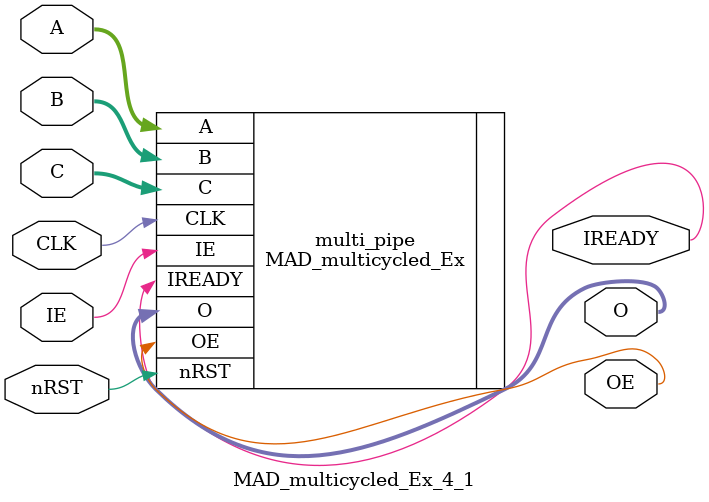
<source format=v>
`include "testdrive_system.vh"

module MAD_multicycled_Ex_4_1 (
	input					CLK,	// clock
	input					nRST,	// reset (active low)
	input					IE,		// input enable
	output					IREADY,	// input ready
	input	[31:0]			A,		// A
	input	[31:0]			B,		// B
	input	[31:0]			C,		// C
	output					OE,		// output enable
	output	[31:0]			O		// output
);

// definition & assignment ---------------------------------------------------

// implementation ------------------------------------------------------------
MAD_multicycled_Ex #(
	.CYCLE		(4),
	.COUNT		(1)
) multi_pipe (
	.CLK		(CLK),
	.nRST		(nRST),
	.IE			(IE),
	.IREADY		(IREADY),
	.A			(A),
	.B			(B),
	.C			(C),
	.OE			(OE),
	.O			(O)
);

endmodule

</source>
